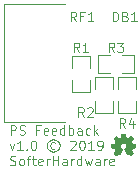
<source format=gto>
G04 #@! TF.GenerationSoftware,KiCad,Pcbnew,5.0.2-bee76a0~70~ubuntu16.04.1*
G04 #@! TF.CreationDate,2019-12-01T18:07:58-08:00*
G04 #@! TF.ProjectId,psfeedback,70736665-6564-4626-9163-6b2e6b696361,1.0*
G04 #@! TF.SameCoordinates,PX8f25820PY3fcd020*
G04 #@! TF.FileFunction,Legend,Top*
G04 #@! TF.FilePolarity,Positive*
%FSLAX46Y46*%
G04 Gerber Fmt 4.6, Leading zero omitted, Abs format (unit mm)*
G04 Created by KiCad (PCBNEW 5.0.2-bee76a0~70~ubuntu16.04.1) date Sun 01 Dec 2019 06:07:58 PM PST*
%MOMM*%
%LPD*%
G01*
G04 APERTURE LIST*
%ADD10C,0.100000*%
%ADD11C,0.002540*%
G04 APERTURE END LIST*
D10*
X655476Y-12561904D02*
X655476Y-11761904D01*
X960238Y-11761904D01*
X1036428Y-11800000D01*
X1074523Y-11838095D01*
X1112619Y-11914285D01*
X1112619Y-12028571D01*
X1074523Y-12104761D01*
X1036428Y-12142857D01*
X960238Y-12180952D01*
X655476Y-12180952D01*
X1417380Y-12523809D02*
X1531666Y-12561904D01*
X1722142Y-12561904D01*
X1798333Y-12523809D01*
X1836428Y-12485714D01*
X1874523Y-12409523D01*
X1874523Y-12333333D01*
X1836428Y-12257142D01*
X1798333Y-12219047D01*
X1722142Y-12180952D01*
X1569761Y-12142857D01*
X1493571Y-12104761D01*
X1455476Y-12066666D01*
X1417380Y-11990476D01*
X1417380Y-11914285D01*
X1455476Y-11838095D01*
X1493571Y-11800000D01*
X1569761Y-11761904D01*
X1760238Y-11761904D01*
X1874523Y-11800000D01*
X3093571Y-12142857D02*
X2826904Y-12142857D01*
X2826904Y-12561904D02*
X2826904Y-11761904D01*
X3207857Y-11761904D01*
X3817380Y-12523809D02*
X3741190Y-12561904D01*
X3588809Y-12561904D01*
X3512619Y-12523809D01*
X3474523Y-12447619D01*
X3474523Y-12142857D01*
X3512619Y-12066666D01*
X3588809Y-12028571D01*
X3741190Y-12028571D01*
X3817380Y-12066666D01*
X3855476Y-12142857D01*
X3855476Y-12219047D01*
X3474523Y-12295238D01*
X4503095Y-12523809D02*
X4426904Y-12561904D01*
X4274523Y-12561904D01*
X4198333Y-12523809D01*
X4160238Y-12447619D01*
X4160238Y-12142857D01*
X4198333Y-12066666D01*
X4274523Y-12028571D01*
X4426904Y-12028571D01*
X4503095Y-12066666D01*
X4541190Y-12142857D01*
X4541190Y-12219047D01*
X4160238Y-12295238D01*
X5226904Y-12561904D02*
X5226904Y-11761904D01*
X5226904Y-12523809D02*
X5150714Y-12561904D01*
X4998333Y-12561904D01*
X4922142Y-12523809D01*
X4884047Y-12485714D01*
X4845952Y-12409523D01*
X4845952Y-12180952D01*
X4884047Y-12104761D01*
X4922142Y-12066666D01*
X4998333Y-12028571D01*
X5150714Y-12028571D01*
X5226904Y-12066666D01*
X5607857Y-12561904D02*
X5607857Y-11761904D01*
X5607857Y-12066666D02*
X5684047Y-12028571D01*
X5836428Y-12028571D01*
X5912619Y-12066666D01*
X5950714Y-12104761D01*
X5988809Y-12180952D01*
X5988809Y-12409523D01*
X5950714Y-12485714D01*
X5912619Y-12523809D01*
X5836428Y-12561904D01*
X5684047Y-12561904D01*
X5607857Y-12523809D01*
X6674523Y-12561904D02*
X6674523Y-12142857D01*
X6636428Y-12066666D01*
X6560238Y-12028571D01*
X6407857Y-12028571D01*
X6331666Y-12066666D01*
X6674523Y-12523809D02*
X6598333Y-12561904D01*
X6407857Y-12561904D01*
X6331666Y-12523809D01*
X6293571Y-12447619D01*
X6293571Y-12371428D01*
X6331666Y-12295238D01*
X6407857Y-12257142D01*
X6598333Y-12257142D01*
X6674523Y-12219047D01*
X7398333Y-12523809D02*
X7322142Y-12561904D01*
X7169761Y-12561904D01*
X7093571Y-12523809D01*
X7055476Y-12485714D01*
X7017380Y-12409523D01*
X7017380Y-12180952D01*
X7055476Y-12104761D01*
X7093571Y-12066666D01*
X7169761Y-12028571D01*
X7322142Y-12028571D01*
X7398333Y-12066666D01*
X7741190Y-12561904D02*
X7741190Y-11761904D01*
X7817380Y-12257142D02*
X8045952Y-12561904D01*
X8045952Y-12028571D02*
X7741190Y-12333333D01*
X579285Y-13328571D02*
X769761Y-13861904D01*
X960238Y-13328571D01*
X1684047Y-13861904D02*
X1226904Y-13861904D01*
X1455476Y-13861904D02*
X1455476Y-13061904D01*
X1379285Y-13176190D01*
X1303095Y-13252380D01*
X1226904Y-13290476D01*
X2026904Y-13785714D02*
X2065000Y-13823809D01*
X2026904Y-13861904D01*
X1988809Y-13823809D01*
X2026904Y-13785714D01*
X2026904Y-13861904D01*
X2560238Y-13061904D02*
X2636428Y-13061904D01*
X2712619Y-13100000D01*
X2750714Y-13138095D01*
X2788809Y-13214285D01*
X2826904Y-13366666D01*
X2826904Y-13557142D01*
X2788809Y-13709523D01*
X2750714Y-13785714D01*
X2712619Y-13823809D01*
X2636428Y-13861904D01*
X2560238Y-13861904D01*
X2484047Y-13823809D01*
X2445952Y-13785714D01*
X2407857Y-13709523D01*
X2369761Y-13557142D01*
X2369761Y-13366666D01*
X2407857Y-13214285D01*
X2445952Y-13138095D01*
X2484047Y-13100000D01*
X2560238Y-13061904D01*
X4426904Y-13252380D02*
X4350714Y-13214285D01*
X4198333Y-13214285D01*
X4122142Y-13252380D01*
X4045952Y-13328571D01*
X4007857Y-13404761D01*
X4007857Y-13557142D01*
X4045952Y-13633333D01*
X4122142Y-13709523D01*
X4198333Y-13747619D01*
X4350714Y-13747619D01*
X4426904Y-13709523D01*
X4274523Y-12947619D02*
X4084047Y-12985714D01*
X3893571Y-13100000D01*
X3779285Y-13290476D01*
X3741190Y-13480952D01*
X3779285Y-13671428D01*
X3893571Y-13861904D01*
X4084047Y-13976190D01*
X4274523Y-14014285D01*
X4465000Y-13976190D01*
X4655476Y-13861904D01*
X4769761Y-13671428D01*
X4807857Y-13480952D01*
X4769761Y-13290476D01*
X4655476Y-13100000D01*
X4465000Y-12985714D01*
X4274523Y-12947619D01*
X5722142Y-13138095D02*
X5760238Y-13100000D01*
X5836428Y-13061904D01*
X6026904Y-13061904D01*
X6103095Y-13100000D01*
X6141190Y-13138095D01*
X6179285Y-13214285D01*
X6179285Y-13290476D01*
X6141190Y-13404761D01*
X5684047Y-13861904D01*
X6179285Y-13861904D01*
X6674523Y-13061904D02*
X6750714Y-13061904D01*
X6826904Y-13100000D01*
X6865000Y-13138095D01*
X6903095Y-13214285D01*
X6941190Y-13366666D01*
X6941190Y-13557142D01*
X6903095Y-13709523D01*
X6865000Y-13785714D01*
X6826904Y-13823809D01*
X6750714Y-13861904D01*
X6674523Y-13861904D01*
X6598333Y-13823809D01*
X6560238Y-13785714D01*
X6522142Y-13709523D01*
X6484047Y-13557142D01*
X6484047Y-13366666D01*
X6522142Y-13214285D01*
X6560238Y-13138095D01*
X6598333Y-13100000D01*
X6674523Y-13061904D01*
X7703095Y-13861904D02*
X7245952Y-13861904D01*
X7474523Y-13861904D02*
X7474523Y-13061904D01*
X7398333Y-13176190D01*
X7322142Y-13252380D01*
X7245952Y-13290476D01*
X8084047Y-13861904D02*
X8236428Y-13861904D01*
X8312619Y-13823809D01*
X8350714Y-13785714D01*
X8426904Y-13671428D01*
X8465000Y-13519047D01*
X8465000Y-13214285D01*
X8426904Y-13138095D01*
X8388809Y-13100000D01*
X8312619Y-13061904D01*
X8160238Y-13061904D01*
X8084047Y-13100000D01*
X8045952Y-13138095D01*
X8007857Y-13214285D01*
X8007857Y-13404761D01*
X8045952Y-13480952D01*
X8084047Y-13519047D01*
X8160238Y-13557142D01*
X8312619Y-13557142D01*
X8388809Y-13519047D01*
X8426904Y-13480952D01*
X8465000Y-13404761D01*
X617380Y-15123809D02*
X731666Y-15161904D01*
X922142Y-15161904D01*
X998333Y-15123809D01*
X1036428Y-15085714D01*
X1074523Y-15009523D01*
X1074523Y-14933333D01*
X1036428Y-14857142D01*
X998333Y-14819047D01*
X922142Y-14780952D01*
X769761Y-14742857D01*
X693571Y-14704761D01*
X655476Y-14666666D01*
X617380Y-14590476D01*
X617380Y-14514285D01*
X655476Y-14438095D01*
X693571Y-14400000D01*
X769761Y-14361904D01*
X960238Y-14361904D01*
X1074523Y-14400000D01*
X1531666Y-15161904D02*
X1455476Y-15123809D01*
X1417380Y-15085714D01*
X1379285Y-15009523D01*
X1379285Y-14780952D01*
X1417380Y-14704761D01*
X1455476Y-14666666D01*
X1531666Y-14628571D01*
X1645952Y-14628571D01*
X1722142Y-14666666D01*
X1760238Y-14704761D01*
X1798333Y-14780952D01*
X1798333Y-15009523D01*
X1760238Y-15085714D01*
X1722142Y-15123809D01*
X1645952Y-15161904D01*
X1531666Y-15161904D01*
X2026904Y-14628571D02*
X2331666Y-14628571D01*
X2141190Y-15161904D02*
X2141190Y-14476190D01*
X2179285Y-14400000D01*
X2255476Y-14361904D01*
X2331666Y-14361904D01*
X2484047Y-14628571D02*
X2788809Y-14628571D01*
X2598333Y-14361904D02*
X2598333Y-15047619D01*
X2636428Y-15123809D01*
X2712619Y-15161904D01*
X2788809Y-15161904D01*
X3360238Y-15123809D02*
X3284047Y-15161904D01*
X3131666Y-15161904D01*
X3055476Y-15123809D01*
X3017380Y-15047619D01*
X3017380Y-14742857D01*
X3055476Y-14666666D01*
X3131666Y-14628571D01*
X3284047Y-14628571D01*
X3360238Y-14666666D01*
X3398333Y-14742857D01*
X3398333Y-14819047D01*
X3017380Y-14895238D01*
X3741190Y-15161904D02*
X3741190Y-14628571D01*
X3741190Y-14780952D02*
X3779285Y-14704761D01*
X3817380Y-14666666D01*
X3893571Y-14628571D01*
X3969761Y-14628571D01*
X4236428Y-15161904D02*
X4236428Y-14361904D01*
X4236428Y-14742857D02*
X4693571Y-14742857D01*
X4693571Y-15161904D02*
X4693571Y-14361904D01*
X5417380Y-15161904D02*
X5417380Y-14742857D01*
X5379285Y-14666666D01*
X5303095Y-14628571D01*
X5150714Y-14628571D01*
X5074523Y-14666666D01*
X5417380Y-15123809D02*
X5341190Y-15161904D01*
X5150714Y-15161904D01*
X5074523Y-15123809D01*
X5036428Y-15047619D01*
X5036428Y-14971428D01*
X5074523Y-14895238D01*
X5150714Y-14857142D01*
X5341190Y-14857142D01*
X5417380Y-14819047D01*
X5798333Y-15161904D02*
X5798333Y-14628571D01*
X5798333Y-14780952D02*
X5836428Y-14704761D01*
X5874523Y-14666666D01*
X5950714Y-14628571D01*
X6026904Y-14628571D01*
X6636428Y-15161904D02*
X6636428Y-14361904D01*
X6636428Y-15123809D02*
X6560238Y-15161904D01*
X6407857Y-15161904D01*
X6331666Y-15123809D01*
X6293571Y-15085714D01*
X6255476Y-15009523D01*
X6255476Y-14780952D01*
X6293571Y-14704761D01*
X6331666Y-14666666D01*
X6407857Y-14628571D01*
X6560238Y-14628571D01*
X6636428Y-14666666D01*
X6941190Y-14628571D02*
X7093571Y-15161904D01*
X7245952Y-14780952D01*
X7398333Y-15161904D01*
X7550714Y-14628571D01*
X8198333Y-15161904D02*
X8198333Y-14742857D01*
X8160238Y-14666666D01*
X8084047Y-14628571D01*
X7931666Y-14628571D01*
X7855476Y-14666666D01*
X8198333Y-15123809D02*
X8122142Y-15161904D01*
X7931666Y-15161904D01*
X7855476Y-15123809D01*
X7817380Y-15047619D01*
X7817380Y-14971428D01*
X7855476Y-14895238D01*
X7931666Y-14857142D01*
X8122142Y-14857142D01*
X8198333Y-14819047D01*
X8579285Y-15161904D02*
X8579285Y-14628571D01*
X8579285Y-14780952D02*
X8617380Y-14704761D01*
X8655476Y-14666666D01*
X8731666Y-14628571D01*
X8807857Y-14628571D01*
X9379285Y-15123809D02*
X9303095Y-15161904D01*
X9150714Y-15161904D01*
X9074523Y-15123809D01*
X9036428Y-15047619D01*
X9036428Y-14742857D01*
X9074523Y-14666666D01*
X9150714Y-14628571D01*
X9303095Y-14628571D01*
X9379285Y-14666666D01*
X9417380Y-14742857D01*
X9417380Y-14819047D01*
X9036428Y-14895238D01*
G04 #@! TO.C,R1*
X7362000Y-5876000D02*
X7362000Y-6892000D01*
X5838000Y-5876000D02*
X7362000Y-5876000D01*
X5838000Y-6892000D02*
X5838000Y-5876000D01*
X5838000Y-8924000D02*
X5838000Y-7908000D01*
X7362000Y-8924000D02*
X5838000Y-8924000D01*
X7362000Y-7908000D02*
X7362000Y-8924000D01*
G04 #@! TO.C,R2*
X7838000Y-8692000D02*
X7838000Y-7676000D01*
X7838000Y-7676000D02*
X9362000Y-7676000D01*
X9362000Y-7676000D02*
X9362000Y-8692000D01*
X9362000Y-9708000D02*
X9362000Y-10724000D01*
X9362000Y-10724000D02*
X7838000Y-10724000D01*
X7838000Y-10724000D02*
X7838000Y-9708000D01*
G04 #@! TO.C,R3*
X10055500Y-5838000D02*
X11071500Y-5838000D01*
X11071500Y-5838000D02*
X11071500Y-7362000D01*
X11071500Y-7362000D02*
X10055500Y-7362000D01*
X9039500Y-7362000D02*
X8023500Y-7362000D01*
X8023500Y-7362000D02*
X8023500Y-5838000D01*
X8023500Y-5838000D02*
X9039500Y-5838000D01*
G04 #@! TO.C,R4*
X9738000Y-10724000D02*
X9738000Y-9708000D01*
X11262000Y-10724000D02*
X9738000Y-10724000D01*
X11262000Y-9708000D02*
X11262000Y-10724000D01*
X11262000Y-7676000D02*
X11262000Y-8692000D01*
X9738000Y-7676000D02*
X11262000Y-7676000D01*
X9738000Y-8692000D02*
X9738000Y-7676000D01*
G04 #@! TO.C,RF1*
X5300000Y-11500000D02*
X100000Y-11500000D01*
X100000Y-11500000D02*
X100000Y-1500000D01*
X100000Y-1500000D02*
X5300000Y-1500000D01*
D11*
G04 #@! TO.C,G\002A\002A\002A*
G36*
X10804520Y-14296620D02*
X10794360Y-14291540D01*
X10771500Y-14276300D01*
X10738480Y-14255980D01*
X10697840Y-14228040D01*
X10659740Y-14202640D01*
X10626720Y-14179780D01*
X10603860Y-14164540D01*
X10593700Y-14159460D01*
X10588620Y-14162000D01*
X10570840Y-14172160D01*
X10542900Y-14184860D01*
X10527660Y-14192480D01*
X10502260Y-14205180D01*
X10489560Y-14207720D01*
X10487020Y-14202640D01*
X10476860Y-14184860D01*
X10464160Y-14151840D01*
X10443840Y-14108660D01*
X10423520Y-14057860D01*
X10400660Y-14001980D01*
X10377800Y-13946100D01*
X10354940Y-13892760D01*
X10334620Y-13844500D01*
X10319380Y-13806400D01*
X10309220Y-13778460D01*
X10304140Y-13768300D01*
X10306680Y-13765760D01*
X10319380Y-13753060D01*
X10339700Y-13737820D01*
X10387960Y-13697180D01*
X10433680Y-13638760D01*
X10464160Y-13572720D01*
X10471780Y-13499060D01*
X10464160Y-13433020D01*
X10438760Y-13369520D01*
X10393040Y-13308560D01*
X10337160Y-13265380D01*
X10271120Y-13237440D01*
X10200000Y-13229820D01*
X10131420Y-13237440D01*
X10065380Y-13262840D01*
X10004420Y-13308560D01*
X9981560Y-13336500D01*
X9946000Y-13397460D01*
X9925680Y-13458420D01*
X9925680Y-13473660D01*
X9928220Y-13544780D01*
X9948540Y-13613360D01*
X9984100Y-13671780D01*
X10037440Y-13722580D01*
X10042520Y-13727660D01*
X10067920Y-13745440D01*
X10083160Y-13755600D01*
X10095860Y-13765760D01*
X10006960Y-13981660D01*
X9991720Y-14017220D01*
X9966320Y-14075640D01*
X9946000Y-14126440D01*
X9928220Y-14167080D01*
X9915520Y-14192480D01*
X9910440Y-14205180D01*
X9902820Y-14205180D01*
X9887580Y-14200100D01*
X9857100Y-14184860D01*
X9836780Y-14174700D01*
X9813920Y-14164540D01*
X9803760Y-14159460D01*
X9793600Y-14164540D01*
X9773280Y-14179780D01*
X9740260Y-14200100D01*
X9702160Y-14225500D01*
X9666600Y-14250900D01*
X9631040Y-14273760D01*
X9608180Y-14289000D01*
X9595480Y-14296620D01*
X9592940Y-14296620D01*
X9582780Y-14289000D01*
X9562460Y-14273760D01*
X9534520Y-14245820D01*
X9493880Y-14205180D01*
X9486260Y-14200100D01*
X9453240Y-14164540D01*
X9425300Y-14134060D01*
X9404980Y-14113740D01*
X9399900Y-14106120D01*
X9404980Y-14093420D01*
X9420220Y-14068020D01*
X9443080Y-14035000D01*
X9471020Y-13994360D01*
X9542140Y-13890220D01*
X9501500Y-13793700D01*
X9491340Y-13763220D01*
X9476100Y-13727660D01*
X9463400Y-13702260D01*
X9458320Y-13689560D01*
X9448160Y-13687020D01*
X9420220Y-13679400D01*
X9382120Y-13671780D01*
X9336400Y-13664160D01*
X9290680Y-13654000D01*
X9252580Y-13646380D01*
X9222100Y-13641300D01*
X9209400Y-13638760D01*
X9206860Y-13636220D01*
X9204320Y-13631140D01*
X9201780Y-13618440D01*
X9201780Y-13593040D01*
X9201780Y-13554940D01*
X9201780Y-13499060D01*
X9201780Y-13493980D01*
X9201780Y-13440640D01*
X9201780Y-13400000D01*
X9204320Y-13374600D01*
X9206860Y-13364440D01*
X9219560Y-13359360D01*
X9247500Y-13354280D01*
X9285600Y-13346660D01*
X9333860Y-13336500D01*
X9336400Y-13336500D01*
X9384660Y-13328880D01*
X9422760Y-13318720D01*
X9450700Y-13313640D01*
X9463400Y-13308560D01*
X9465940Y-13306020D01*
X9476100Y-13288240D01*
X9488800Y-13257760D01*
X9504040Y-13222200D01*
X9519280Y-13186640D01*
X9534520Y-13151080D01*
X9542140Y-13128220D01*
X9544680Y-13115520D01*
X9537060Y-13105360D01*
X9521820Y-13079960D01*
X9498960Y-13046940D01*
X9471020Y-13006300D01*
X9468480Y-13001220D01*
X9440540Y-12963120D01*
X9420220Y-12927560D01*
X9404980Y-12904700D01*
X9399900Y-12894540D01*
X9399900Y-12892000D01*
X9407520Y-12881840D01*
X9427840Y-12858980D01*
X9458320Y-12828500D01*
X9493880Y-12792940D01*
X9504040Y-12782780D01*
X9542140Y-12744680D01*
X9570080Y-12719280D01*
X9587860Y-12706580D01*
X9595480Y-12701500D01*
X9595480Y-12704040D01*
X9608180Y-12709120D01*
X9633580Y-12726900D01*
X9666600Y-12749760D01*
X9707240Y-12777700D01*
X9709780Y-12780240D01*
X9750420Y-12805640D01*
X9783440Y-12828500D01*
X9806300Y-12843740D01*
X9816460Y-12851360D01*
X9819000Y-12851360D01*
X9834240Y-12846280D01*
X9864720Y-12836120D01*
X9897740Y-12823420D01*
X9935840Y-12808180D01*
X9968860Y-12792940D01*
X9994260Y-12782780D01*
X10006960Y-12775160D01*
X10012040Y-12759920D01*
X10017120Y-12729440D01*
X10027280Y-12688800D01*
X10034900Y-12640540D01*
X10037440Y-12632920D01*
X10045060Y-12584660D01*
X10052680Y-12546560D01*
X10060300Y-12518620D01*
X10062840Y-12505920D01*
X10067920Y-12505920D01*
X10093320Y-12503380D01*
X10128880Y-12503380D01*
X10172060Y-12503380D01*
X10215240Y-12503380D01*
X10258420Y-12503380D01*
X10296520Y-12505920D01*
X10321920Y-12505920D01*
X10334620Y-12508460D01*
X10334620Y-12511000D01*
X10339700Y-12523700D01*
X10344780Y-12554180D01*
X10354940Y-12594820D01*
X10362560Y-12645620D01*
X10365100Y-12653240D01*
X10372720Y-12701500D01*
X10382880Y-12739600D01*
X10387960Y-12767540D01*
X10390500Y-12777700D01*
X10395580Y-12780240D01*
X10413360Y-12787860D01*
X10446380Y-12800560D01*
X10487020Y-12818340D01*
X10578460Y-12853900D01*
X10690220Y-12777700D01*
X10700380Y-12770080D01*
X10741020Y-12742140D01*
X10774040Y-12721820D01*
X10796900Y-12706580D01*
X10807060Y-12701500D01*
X10817220Y-12711660D01*
X10840080Y-12731980D01*
X10870560Y-12762460D01*
X10906120Y-12795480D01*
X10931520Y-12823420D01*
X10962000Y-12853900D01*
X10982320Y-12874220D01*
X10992480Y-12889460D01*
X10997560Y-12897080D01*
X10995020Y-12902160D01*
X10989940Y-12914860D01*
X10972160Y-12937720D01*
X10949300Y-12973280D01*
X10921360Y-13011380D01*
X10898500Y-13046940D01*
X10875640Y-13082500D01*
X10860400Y-13110440D01*
X10852780Y-13123140D01*
X10855320Y-13128220D01*
X10862940Y-13151080D01*
X10875640Y-13184100D01*
X10893420Y-13224740D01*
X10931520Y-13313640D01*
X10989940Y-13323800D01*
X11025500Y-13331420D01*
X11076300Y-13339040D01*
X11122020Y-13349200D01*
X11195680Y-13364440D01*
X11198220Y-13631140D01*
X11188060Y-13636220D01*
X11175360Y-13641300D01*
X11149960Y-13646380D01*
X11109320Y-13654000D01*
X11063600Y-13661620D01*
X11025500Y-13669240D01*
X10984860Y-13676860D01*
X10956920Y-13681940D01*
X10944220Y-13684480D01*
X10941680Y-13689560D01*
X10931520Y-13709880D01*
X10916280Y-13740360D01*
X10901040Y-13775920D01*
X10885800Y-13814020D01*
X10873100Y-13849580D01*
X10862940Y-13874980D01*
X10857860Y-13890220D01*
X10862940Y-13900380D01*
X10878180Y-13923240D01*
X10901040Y-13956260D01*
X10926440Y-13994360D01*
X10954380Y-14035000D01*
X10977240Y-14068020D01*
X10992480Y-14093420D01*
X11000100Y-14103580D01*
X10995020Y-14111200D01*
X10979780Y-14128980D01*
X10951840Y-14159460D01*
X10906120Y-14205180D01*
X10898500Y-14210260D01*
X10865480Y-14245820D01*
X10835000Y-14271220D01*
X10814680Y-14291540D01*
X10804520Y-14296620D01*
X10804520Y-14296620D01*
G37*
X10804520Y-14296620D02*
X10794360Y-14291540D01*
X10771500Y-14276300D01*
X10738480Y-14255980D01*
X10697840Y-14228040D01*
X10659740Y-14202640D01*
X10626720Y-14179780D01*
X10603860Y-14164540D01*
X10593700Y-14159460D01*
X10588620Y-14162000D01*
X10570840Y-14172160D01*
X10542900Y-14184860D01*
X10527660Y-14192480D01*
X10502260Y-14205180D01*
X10489560Y-14207720D01*
X10487020Y-14202640D01*
X10476860Y-14184860D01*
X10464160Y-14151840D01*
X10443840Y-14108660D01*
X10423520Y-14057860D01*
X10400660Y-14001980D01*
X10377800Y-13946100D01*
X10354940Y-13892760D01*
X10334620Y-13844500D01*
X10319380Y-13806400D01*
X10309220Y-13778460D01*
X10304140Y-13768300D01*
X10306680Y-13765760D01*
X10319380Y-13753060D01*
X10339700Y-13737820D01*
X10387960Y-13697180D01*
X10433680Y-13638760D01*
X10464160Y-13572720D01*
X10471780Y-13499060D01*
X10464160Y-13433020D01*
X10438760Y-13369520D01*
X10393040Y-13308560D01*
X10337160Y-13265380D01*
X10271120Y-13237440D01*
X10200000Y-13229820D01*
X10131420Y-13237440D01*
X10065380Y-13262840D01*
X10004420Y-13308560D01*
X9981560Y-13336500D01*
X9946000Y-13397460D01*
X9925680Y-13458420D01*
X9925680Y-13473660D01*
X9928220Y-13544780D01*
X9948540Y-13613360D01*
X9984100Y-13671780D01*
X10037440Y-13722580D01*
X10042520Y-13727660D01*
X10067920Y-13745440D01*
X10083160Y-13755600D01*
X10095860Y-13765760D01*
X10006960Y-13981660D01*
X9991720Y-14017220D01*
X9966320Y-14075640D01*
X9946000Y-14126440D01*
X9928220Y-14167080D01*
X9915520Y-14192480D01*
X9910440Y-14205180D01*
X9902820Y-14205180D01*
X9887580Y-14200100D01*
X9857100Y-14184860D01*
X9836780Y-14174700D01*
X9813920Y-14164540D01*
X9803760Y-14159460D01*
X9793600Y-14164540D01*
X9773280Y-14179780D01*
X9740260Y-14200100D01*
X9702160Y-14225500D01*
X9666600Y-14250900D01*
X9631040Y-14273760D01*
X9608180Y-14289000D01*
X9595480Y-14296620D01*
X9592940Y-14296620D01*
X9582780Y-14289000D01*
X9562460Y-14273760D01*
X9534520Y-14245820D01*
X9493880Y-14205180D01*
X9486260Y-14200100D01*
X9453240Y-14164540D01*
X9425300Y-14134060D01*
X9404980Y-14113740D01*
X9399900Y-14106120D01*
X9404980Y-14093420D01*
X9420220Y-14068020D01*
X9443080Y-14035000D01*
X9471020Y-13994360D01*
X9542140Y-13890220D01*
X9501500Y-13793700D01*
X9491340Y-13763220D01*
X9476100Y-13727660D01*
X9463400Y-13702260D01*
X9458320Y-13689560D01*
X9448160Y-13687020D01*
X9420220Y-13679400D01*
X9382120Y-13671780D01*
X9336400Y-13664160D01*
X9290680Y-13654000D01*
X9252580Y-13646380D01*
X9222100Y-13641300D01*
X9209400Y-13638760D01*
X9206860Y-13636220D01*
X9204320Y-13631140D01*
X9201780Y-13618440D01*
X9201780Y-13593040D01*
X9201780Y-13554940D01*
X9201780Y-13499060D01*
X9201780Y-13493980D01*
X9201780Y-13440640D01*
X9201780Y-13400000D01*
X9204320Y-13374600D01*
X9206860Y-13364440D01*
X9219560Y-13359360D01*
X9247500Y-13354280D01*
X9285600Y-13346660D01*
X9333860Y-13336500D01*
X9336400Y-13336500D01*
X9384660Y-13328880D01*
X9422760Y-13318720D01*
X9450700Y-13313640D01*
X9463400Y-13308560D01*
X9465940Y-13306020D01*
X9476100Y-13288240D01*
X9488800Y-13257760D01*
X9504040Y-13222200D01*
X9519280Y-13186640D01*
X9534520Y-13151080D01*
X9542140Y-13128220D01*
X9544680Y-13115520D01*
X9537060Y-13105360D01*
X9521820Y-13079960D01*
X9498960Y-13046940D01*
X9471020Y-13006300D01*
X9468480Y-13001220D01*
X9440540Y-12963120D01*
X9420220Y-12927560D01*
X9404980Y-12904700D01*
X9399900Y-12894540D01*
X9399900Y-12892000D01*
X9407520Y-12881840D01*
X9427840Y-12858980D01*
X9458320Y-12828500D01*
X9493880Y-12792940D01*
X9504040Y-12782780D01*
X9542140Y-12744680D01*
X9570080Y-12719280D01*
X9587860Y-12706580D01*
X9595480Y-12701500D01*
X9595480Y-12704040D01*
X9608180Y-12709120D01*
X9633580Y-12726900D01*
X9666600Y-12749760D01*
X9707240Y-12777700D01*
X9709780Y-12780240D01*
X9750420Y-12805640D01*
X9783440Y-12828500D01*
X9806300Y-12843740D01*
X9816460Y-12851360D01*
X9819000Y-12851360D01*
X9834240Y-12846280D01*
X9864720Y-12836120D01*
X9897740Y-12823420D01*
X9935840Y-12808180D01*
X9968860Y-12792940D01*
X9994260Y-12782780D01*
X10006960Y-12775160D01*
X10012040Y-12759920D01*
X10017120Y-12729440D01*
X10027280Y-12688800D01*
X10034900Y-12640540D01*
X10037440Y-12632920D01*
X10045060Y-12584660D01*
X10052680Y-12546560D01*
X10060300Y-12518620D01*
X10062840Y-12505920D01*
X10067920Y-12505920D01*
X10093320Y-12503380D01*
X10128880Y-12503380D01*
X10172060Y-12503380D01*
X10215240Y-12503380D01*
X10258420Y-12503380D01*
X10296520Y-12505920D01*
X10321920Y-12505920D01*
X10334620Y-12508460D01*
X10334620Y-12511000D01*
X10339700Y-12523700D01*
X10344780Y-12554180D01*
X10354940Y-12594820D01*
X10362560Y-12645620D01*
X10365100Y-12653240D01*
X10372720Y-12701500D01*
X10382880Y-12739600D01*
X10387960Y-12767540D01*
X10390500Y-12777700D01*
X10395580Y-12780240D01*
X10413360Y-12787860D01*
X10446380Y-12800560D01*
X10487020Y-12818340D01*
X10578460Y-12853900D01*
X10690220Y-12777700D01*
X10700380Y-12770080D01*
X10741020Y-12742140D01*
X10774040Y-12721820D01*
X10796900Y-12706580D01*
X10807060Y-12701500D01*
X10817220Y-12711660D01*
X10840080Y-12731980D01*
X10870560Y-12762460D01*
X10906120Y-12795480D01*
X10931520Y-12823420D01*
X10962000Y-12853900D01*
X10982320Y-12874220D01*
X10992480Y-12889460D01*
X10997560Y-12897080D01*
X10995020Y-12902160D01*
X10989940Y-12914860D01*
X10972160Y-12937720D01*
X10949300Y-12973280D01*
X10921360Y-13011380D01*
X10898500Y-13046940D01*
X10875640Y-13082500D01*
X10860400Y-13110440D01*
X10852780Y-13123140D01*
X10855320Y-13128220D01*
X10862940Y-13151080D01*
X10875640Y-13184100D01*
X10893420Y-13224740D01*
X10931520Y-13313640D01*
X10989940Y-13323800D01*
X11025500Y-13331420D01*
X11076300Y-13339040D01*
X11122020Y-13349200D01*
X11195680Y-13364440D01*
X11198220Y-13631140D01*
X11188060Y-13636220D01*
X11175360Y-13641300D01*
X11149960Y-13646380D01*
X11109320Y-13654000D01*
X11063600Y-13661620D01*
X11025500Y-13669240D01*
X10984860Y-13676860D01*
X10956920Y-13681940D01*
X10944220Y-13684480D01*
X10941680Y-13689560D01*
X10931520Y-13709880D01*
X10916280Y-13740360D01*
X10901040Y-13775920D01*
X10885800Y-13814020D01*
X10873100Y-13849580D01*
X10862940Y-13874980D01*
X10857860Y-13890220D01*
X10862940Y-13900380D01*
X10878180Y-13923240D01*
X10901040Y-13956260D01*
X10926440Y-13994360D01*
X10954380Y-14035000D01*
X10977240Y-14068020D01*
X10992480Y-14093420D01*
X11000100Y-14103580D01*
X10995020Y-14111200D01*
X10979780Y-14128980D01*
X10951840Y-14159460D01*
X10906120Y-14205180D01*
X10898500Y-14210260D01*
X10865480Y-14245820D01*
X10835000Y-14271220D01*
X10814680Y-14291540D01*
X10804520Y-14296620D01*
G04 #@! TO.C,DB1*
D10*
X9309523Y-2961904D02*
X9309523Y-2161904D01*
X9500000Y-2161904D01*
X9614285Y-2200000D01*
X9690476Y-2276190D01*
X9728571Y-2352380D01*
X9766666Y-2504761D01*
X9766666Y-2619047D01*
X9728571Y-2771428D01*
X9690476Y-2847619D01*
X9614285Y-2923809D01*
X9500000Y-2961904D01*
X9309523Y-2961904D01*
X10376190Y-2542857D02*
X10490476Y-2580952D01*
X10528571Y-2619047D01*
X10566666Y-2695238D01*
X10566666Y-2809523D01*
X10528571Y-2885714D01*
X10490476Y-2923809D01*
X10414285Y-2961904D01*
X10109523Y-2961904D01*
X10109523Y-2161904D01*
X10376190Y-2161904D01*
X10452380Y-2200000D01*
X10490476Y-2238095D01*
X10528571Y-2314285D01*
X10528571Y-2390476D01*
X10490476Y-2466666D01*
X10452380Y-2504761D01*
X10376190Y-2542857D01*
X10109523Y-2542857D01*
X11328571Y-2961904D02*
X10871428Y-2961904D01*
X11100000Y-2961904D02*
X11100000Y-2161904D01*
X11023809Y-2276190D01*
X10947619Y-2352380D01*
X10871428Y-2390476D01*
G04 #@! TO.C,R1*
X6466666Y-5561904D02*
X6200000Y-5180952D01*
X6009523Y-5561904D02*
X6009523Y-4761904D01*
X6314285Y-4761904D01*
X6390476Y-4800000D01*
X6428571Y-4838095D01*
X6466666Y-4914285D01*
X6466666Y-5028571D01*
X6428571Y-5104761D01*
X6390476Y-5142857D01*
X6314285Y-5180952D01*
X6009523Y-5180952D01*
X7228571Y-5561904D02*
X6771428Y-5561904D01*
X7000000Y-5561904D02*
X7000000Y-4761904D01*
X6923809Y-4876190D01*
X6847619Y-4952380D01*
X6771428Y-4990476D01*
G04 #@! TO.C,R2*
X6866666Y-11061904D02*
X6600000Y-10680952D01*
X6409523Y-11061904D02*
X6409523Y-10261904D01*
X6714285Y-10261904D01*
X6790476Y-10300000D01*
X6828571Y-10338095D01*
X6866666Y-10414285D01*
X6866666Y-10528571D01*
X6828571Y-10604761D01*
X6790476Y-10642857D01*
X6714285Y-10680952D01*
X6409523Y-10680952D01*
X7171428Y-10338095D02*
X7209523Y-10300000D01*
X7285714Y-10261904D01*
X7476190Y-10261904D01*
X7552380Y-10300000D01*
X7590476Y-10338095D01*
X7628571Y-10414285D01*
X7628571Y-10490476D01*
X7590476Y-10604761D01*
X7133333Y-11061904D01*
X7628571Y-11061904D01*
G04 #@! TO.C,R3*
X9414166Y-5561904D02*
X9147500Y-5180952D01*
X8957023Y-5561904D02*
X8957023Y-4761904D01*
X9261785Y-4761904D01*
X9337976Y-4800000D01*
X9376071Y-4838095D01*
X9414166Y-4914285D01*
X9414166Y-5028571D01*
X9376071Y-5104761D01*
X9337976Y-5142857D01*
X9261785Y-5180952D01*
X8957023Y-5180952D01*
X9680833Y-4761904D02*
X10176071Y-4761904D01*
X9909404Y-5066666D01*
X10023690Y-5066666D01*
X10099880Y-5104761D01*
X10137976Y-5142857D01*
X10176071Y-5219047D01*
X10176071Y-5409523D01*
X10137976Y-5485714D01*
X10099880Y-5523809D01*
X10023690Y-5561904D01*
X9795119Y-5561904D01*
X9718928Y-5523809D01*
X9680833Y-5485714D01*
G04 #@! TO.C,R4*
X10366666Y-11961904D02*
X10100000Y-11580952D01*
X9909523Y-11961904D02*
X9909523Y-11161904D01*
X10214285Y-11161904D01*
X10290476Y-11200000D01*
X10328571Y-11238095D01*
X10366666Y-11314285D01*
X10366666Y-11428571D01*
X10328571Y-11504761D01*
X10290476Y-11542857D01*
X10214285Y-11580952D01*
X9909523Y-11580952D01*
X11052380Y-11428571D02*
X11052380Y-11961904D01*
X10861904Y-11123809D02*
X10671428Y-11695238D01*
X11166666Y-11695238D01*
G04 #@! TO.C,RF1*
X6223809Y-2961904D02*
X5957142Y-2580952D01*
X5766666Y-2961904D02*
X5766666Y-2161904D01*
X6071428Y-2161904D01*
X6147619Y-2200000D01*
X6185714Y-2238095D01*
X6223809Y-2314285D01*
X6223809Y-2428571D01*
X6185714Y-2504761D01*
X6147619Y-2542857D01*
X6071428Y-2580952D01*
X5766666Y-2580952D01*
X6833333Y-2542857D02*
X6566666Y-2542857D01*
X6566666Y-2961904D02*
X6566666Y-2161904D01*
X6947619Y-2161904D01*
X7671428Y-2961904D02*
X7214285Y-2961904D01*
X7442857Y-2961904D02*
X7442857Y-2161904D01*
X7366666Y-2276190D01*
X7290476Y-2352380D01*
X7214285Y-2390476D01*
G04 #@! TD*
M02*

</source>
